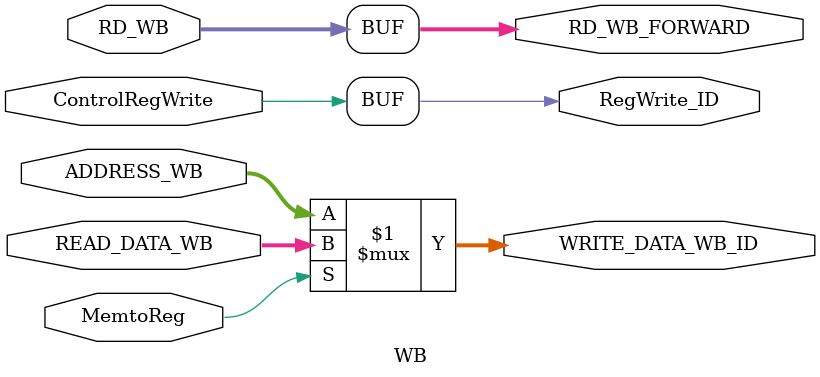
<source format=v>
`timescale 1ns / 1ps


module WB(input [4:0] RD_WB,               // RD din etapa WB
          input [31:0] ADDRESS_WB,          // adresa in etapa de WB
          input [31:0] READ_DATA_WB,        // datele citite din data memory in etapa de WB
          input MemtoReg,                   // semnalul de control al multiplexorului
          input ControlRegWrite,            // semnalul provenit din unitatea de control
          output [31:0] WRITE_DATA_WB_ID,   // outputul multiplexorului
          output RegWrite_ID,               // semnalul de control ce va fi trimis catre bancul de registrii din ID
          output [4:0] RD_WB_FORWARD       // RD ce va fi trimis catre unitatea de forward
          );
          
    assign WRITE_DATA_WB_ID = (MemtoReg) ? READ_DATA_WB : ADDRESS_WB;
    assign RD_WB_FORWARD = RD_WB;
    assign RegWrite_ID = ControlRegWrite;
          
endmodule

</source>
